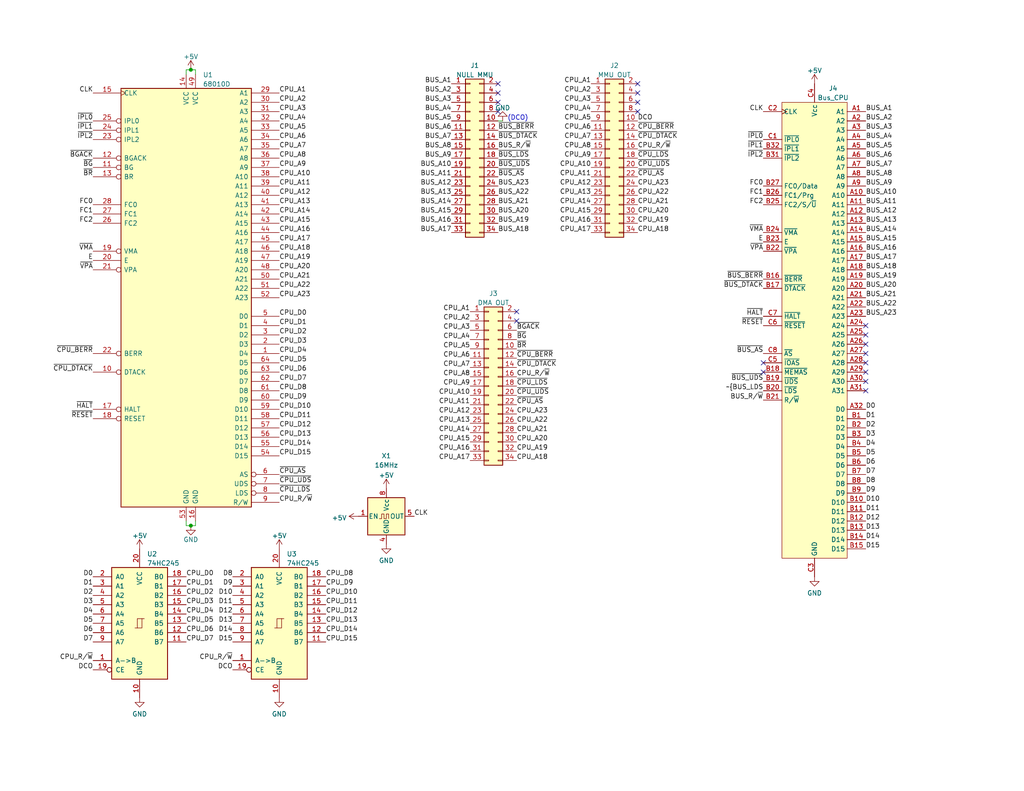
<source format=kicad_sch>
(kicad_sch (version 20211123) (generator eeschema)
  (paper "USLetter")
  (lib_symbols
    (symbol "74xx:74HC245" (pin_names (offset 1.016))
      (property "Reference" "U" (at -7.62 16.51 0))
      (property "Value" "74HC245" (at -7.62 -16.51 0))
      (symbol "74HC245_1_0"
        (polyline (pts (xy -0.635 -1.27) (xy -0.635 1.27) (xy 0.635 1.27)))
        (polyline (pts (xy -1.27 -1.27) (xy 0.635 -1.27) (xy 0.635 1.27) (xy 1.27 1.27)))
        (pin input line (at -12.7 -10.16 0) (length 5.08) (name "A->B") (number "1"))
        (pin power_in line (at 0 -20.32 90) (length 5.08) (name "GND") (number "10"))
        (pin tri_state line (at 12.7 -5.08 180) (length 5.08) (name "B7") (number "11"))
        (pin tri_state line (at 12.7 -2.54 180) (length 5.08) (name "B6") (number "12"))
        (pin tri_state line (at 12.7 0 180) (length 5.08) (name "B5") (number "13"))
        (pin tri_state line (at 12.7 2.54 180) (length 5.08) (name "B4") (number "14"))
        (pin tri_state line (at 12.7 5.08 180) (length 5.08) (name "B3") (number "15"))
        (pin tri_state line (at 12.7 7.62 180) (length 5.08) (name "B2") (number "16"))
        (pin tri_state line (at 12.7 10.16 180) (length 5.08) (name "B1") (number "17"))
        (pin tri_state line (at 12.7 12.7 180) (length 5.08) (name "B0") (number "18"))
        (pin input inverted (at -12.7 -12.7 0) (length 5.08) (name "CE") (number "19"))
        (pin tri_state line (at -12.7 12.7 0) (length 5.08) (name "A0") (number "2"))
        (pin power_in line (at 0 20.32 270) (length 5.08) (name "VCC") (number "20"))
        (pin tri_state line (at -12.7 10.16 0) (length 5.08) (name "A1") (number "3"))
        (pin tri_state line (at -12.7 7.62 0) (length 5.08) (name "A2") (number "4"))
        (pin tri_state line (at -12.7 5.08 0) (length 5.08) (name "A3") (number "5"))
        (pin tri_state line (at -12.7 2.54 0) (length 5.08) (name "A4") (number "6"))
        (pin tri_state line (at -12.7 0 0) (length 5.08) (name "A5") (number "7"))
        (pin tri_state line (at -12.7 -2.54 0) (length 5.08) (name "A6") (number "8"))
        (pin tri_state line (at -12.7 -5.08 0) (length 5.08) (name "A7") (number "9"))
      )
      (symbol "74HC245_1_1"
        (rectangle (start -7.62 15.24) (end 7.62 -15.24) (stroke (width 0.254)) (fill (type background)))
      )
    )
    (symbol "CPU_NXP_68000:68010D" (pin_names (offset 0.762))
      (property "Reference" "U" (at 0 2.54 0))
      (property "Value" "68010D" (at 0 -3.81 0))
      (symbol "68010D_0_1"
        (rectangle (start -17.78 57.15) (end 17.78 -57.15) (stroke (width 0.254)) (fill (type background)))
      )
      (symbol "68010D_1_1"
        (pin bidirectional line (at 25.4 -15.24 180) (length 7.62) (name "D4") (number "1"))
        (pin input inverted (at -25.4 -20.32 0) (length 7.62) (name "DTACK") (number "10"))
        (pin output inverted (at -25.4 35.56 0) (length 7.62) (name "BG") (number "11"))
        (pin input inverted (at -25.4 38.1 0) (length 7.62) (name "BGACK") (number "12"))
        (pin input inverted (at -25.4 33.02 0) (length 7.62) (name "BR") (number "13"))
        (pin power_in line (at 0 60.96 270) (length 3.81) (name "VCC") (number "14"))
        (pin input clock (at -25.4 55.88 0) (length 7.62) (name "CLK") (number "15"))
        (pin power_in line (at 2.54 -60.96 90) (length 3.81) (name "GND") (number "16"))
        (pin bidirectional inverted (at -25.4 -30.48 0) (length 7.62) (name "HALT") (number "17"))
        (pin bidirectional inverted (at -25.4 -33.02 0) (length 7.62) (name "RESET") (number "18"))
        (pin output inverted (at -25.4 12.7 0) (length 7.62) (name "VMA") (number "19"))
        (pin bidirectional line (at 25.4 -12.7 180) (length 7.62) (name "D3") (number "2"))
        (pin output line (at -25.4 10.16 0) (length 7.62) (name "E") (number "20"))
        (pin input inverted (at -25.4 7.62 0) (length 7.62) (name "VPA") (number "21"))
        (pin input inverted (at -25.4 -15.24 0) (length 7.62) (name "BERR") (number "22"))
        (pin input inverted (at -25.4 43.18 0) (length 7.62) (name "IPL2") (number "23"))
        (pin input inverted (at -25.4 45.72 0) (length 7.62) (name "IPL1") (number "24"))
        (pin input inverted (at -25.4 48.26 0) (length 7.62) (name "IPL0") (number "25"))
        (pin output line (at -25.4 20.32 0) (length 7.62) (name "FC2") (number "26"))
        (pin output line (at -25.4 22.86 0) (length 7.62) (name "FC1") (number "27"))
        (pin output line (at -25.4 25.4 0) (length 7.62) (name "FC0") (number "28"))
        (pin output line (at 25.4 55.88 180) (length 7.62) (name "A1") (number "29"))
        (pin bidirectional line (at 25.4 -10.16 180) (length 7.62) (name "D2") (number "3"))
        (pin output line (at 25.4 53.34 180) (length 7.62) (name "A2") (number "30"))
        (pin output line (at 25.4 50.8 180) (length 7.62) (name "A3") (number "31"))
        (pin output line (at 25.4 48.26 180) (length 7.62) (name "A4") (number "32"))
        (pin output line (at 25.4 45.72 180) (length 7.62) (name "A5") (number "33"))
        (pin output line (at 25.4 43.18 180) (length 7.62) (name "A6") (number "34"))
        (pin output line (at 25.4 40.64 180) (length 7.62) (name "A7") (number "35"))
        (pin output line (at 25.4 38.1 180) (length 7.62) (name "A8") (number "36"))
        (pin output line (at 25.4 35.56 180) (length 7.62) (name "A9") (number "37"))
        (pin output line (at 25.4 33.02 180) (length 7.62) (name "A10") (number "38"))
        (pin output line (at 25.4 30.48 180) (length 7.62) (name "A11") (number "39"))
        (pin bidirectional line (at 25.4 -7.62 180) (length 7.62) (name "D1") (number "4"))
        (pin output line (at 25.4 27.94 180) (length 7.62) (name "A12") (number "40"))
        (pin output line (at 25.4 25.4 180) (length 7.62) (name "A13") (number "41"))
        (pin output line (at 25.4 22.86 180) (length 7.62) (name "A14") (number "42"))
        (pin output line (at 25.4 20.32 180) (length 7.62) (name "A15") (number "43"))
        (pin output line (at 25.4 17.78 180) (length 7.62) (name "A16") (number "44"))
        (pin output line (at 25.4 15.24 180) (length 7.62) (name "A17") (number "45"))
        (pin output line (at 25.4 12.7 180) (length 7.62) (name "A18") (number "46"))
        (pin output line (at 25.4 10.16 180) (length 7.62) (name "A19") (number "47"))
        (pin output line (at 25.4 7.62 180) (length 7.62) (name "A20") (number "48"))
        (pin power_in line (at 2.54 60.96 270) (length 3.81) (name "VCC") (number "49"))
        (pin bidirectional line (at 25.4 -5.08 180) (length 7.62) (name "D0") (number "5"))
        (pin output line (at 25.4 5.08 180) (length 7.62) (name "A21") (number "50"))
        (pin output line (at 25.4 2.54 180) (length 7.62) (name "A22") (number "51"))
        (pin output line (at 25.4 0 180) (length 7.62) (name "A23") (number "52"))
        (pin power_in line (at 0 -60.96 90) (length 3.81) (name "GND") (number "53"))
        (pin bidirectional line (at 25.4 -43.18 180) (length 7.62) (name "D15") (number "54"))
        (pin bidirectional line (at 25.4 -40.64 180) (length 7.62) (name "D14") (number "55"))
        (pin bidirectional line (at 25.4 -38.1 180) (length 7.62) (name "D13") (number "56"))
        (pin bidirectional line (at 25.4 -35.56 180) (length 7.62) (name "D12") (number "57"))
        (pin bidirectional line (at 25.4 -33.02 180) (length 7.62) (name "D11") (number "58"))
        (pin bidirectional line (at 25.4 -30.48 180) (length 7.62) (name "D10") (number "59"))
        (pin output inverted (at 25.4 -48.26 180) (length 7.62) (name "AS") (number "6"))
        (pin bidirectional line (at 25.4 -27.94 180) (length 7.62) (name "D9") (number "60"))
        (pin bidirectional line (at 25.4 -25.4 180) (length 7.62) (name "D8") (number "61"))
        (pin bidirectional line (at 25.4 -22.86 180) (length 7.62) (name "D7") (number "62"))
        (pin bidirectional line (at 25.4 -20.32 180) (length 7.62) (name "D6") (number "63"))
        (pin bidirectional line (at 25.4 -17.78 180) (length 7.62) (name "D5") (number "64"))
        (pin output inverted (at 25.4 -50.8 180) (length 7.62) (name "UDS") (number "7"))
        (pin output inverted (at 25.4 -53.34 180) (length 7.62) (name "LDS") (number "8"))
        (pin output line (at 25.4 -55.88 180) (length 7.62) (name "R/W") (number "9"))
      )
    )
    (symbol "Connector_Generic:Conn_02x17_Odd_Even" (pin_names (offset 1.016) hide)
      (property "Reference" "J" (at 1.27 22.86 0))
      (property "Value" "Conn_02x17_Odd_Even" (at 1.27 -22.86 0))
      (symbol "Conn_02x17_Odd_Even_1_1"
        (rectangle (start -1.27 -20.193) (end 0 -20.447) (stroke (width 0.1524)))
        (rectangle (start -1.27 -17.653) (end 0 -17.907) (stroke (width 0.1524)))
        (rectangle (start -1.27 -15.113) (end 0 -15.367) (stroke (width 0.1524)))
        (rectangle (start -1.27 -12.573) (end 0 -12.827) (stroke (width 0.1524)))
        (rectangle (start -1.27 -10.033) (end 0 -10.287) (stroke (width 0.1524)))
        (rectangle (start -1.27 -7.493) (end 0 -7.747) (stroke (width 0.1524)))
        (rectangle (start -1.27 -4.953) (end 0 -5.207) (stroke (width 0.1524)))
        (rectangle (start -1.27 -2.413) (end 0 -2.667) (stroke (width 0.1524)))
        (rectangle (start -1.27 0.127) (end 0 -0.127) (stroke (width 0.1524)))
        (rectangle (start -1.27 2.667) (end 0 2.413) (stroke (width 0.1524)))
        (rectangle (start -1.27 5.207) (end 0 4.953) (stroke (width 0.1524)))
        (rectangle (start -1.27 7.747) (end 0 7.493) (stroke (width 0.1524)))
        (rectangle (start -1.27 10.287) (end 0 10.033) (stroke (width 0.1524)))
        (rectangle (start -1.27 12.827) (end 0 12.573) (stroke (width 0.1524)))
        (rectangle (start -1.27 15.367) (end 0 15.113) (stroke (width 0.1524)))
        (rectangle (start -1.27 17.907) (end 0 17.653) (stroke (width 0.1524)))
        (rectangle (start -1.27 20.447) (end 0 20.193) (stroke (width 0.1524)))
        (rectangle (start -1.27 21.59) (end 3.81 -21.59) (stroke (width 0.254)) (fill (type background)))
        (rectangle (start 3.81 -20.193) (end 2.54 -20.447) (stroke (width 0.1524)))
        (rectangle (start 3.81 -17.653) (end 2.54 -17.907) (stroke (width 0.1524)))
        (rectangle (start 3.81 -15.113) (end 2.54 -15.367) (stroke (width 0.1524)))
        (rectangle (start 3.81 -12.573) (end 2.54 -12.827) (stroke (width 0.1524)))
        (rectangle (start 3.81 -10.033) (end 2.54 -10.287) (stroke (width 0.1524)))
        (rectangle (start 3.81 -7.493) (end 2.54 -7.747) (stroke (width 0.1524)))
        (rectangle (start 3.81 -4.953) (end 2.54 -5.207) (stroke (width 0.1524)))
        (rectangle (start 3.81 -2.413) (end 2.54 -2.667) (stroke (width 0.1524)))
        (rectangle (start 3.81 0.127) (end 2.54 -0.127) (stroke (width 0.1524)))
        (rectangle (start 3.81 2.667) (end 2.54 2.413) (stroke (width 0.1524)))
        (rectangle (start 3.81 5.207) (end 2.54 4.953) (stroke (width 0.1524)))
        (rectangle (start 3.81 7.747) (end 2.54 7.493) (stroke (width 0.1524)))
        (rectangle (start 3.81 10.287) (end 2.54 10.033) (stroke (width 0.1524)))
        (rectangle (start 3.81 12.827) (end 2.54 12.573) (stroke (width 0.1524)))
        (rectangle (start 3.81 15.367) (end 2.54 15.113) (stroke (width 0.1524)))
        (rectangle (start 3.81 17.907) (end 2.54 17.653) (stroke (width 0.1524)))
        (rectangle (start 3.81 20.447) (end 2.54 20.193) (stroke (width 0.1524)))
        (pin passive line (at -5.08 20.32 0) (length 3.81) (name "Pin_1") (number "1"))
        (pin passive line (at 7.62 10.16 180) (length 3.81) (name "Pin_10") (number "10"))
        (pin passive line (at -5.08 7.62 0) (length 3.81) (name "Pin_11") (number "11"))
        (pin passive line (at 7.62 7.62 180) (length 3.81) (name "Pin_12") (number "12"))
        (pin passive line (at -5.08 5.08 0) (length 3.81) (name "Pin_13") (number "13"))
        (pin passive line (at 7.62 5.08 180) (length 3.81) (name "Pin_14") (number "14"))
        (pin passive line (at -5.08 2.54 0) (length 3.81) (name "Pin_15") (number "15"))
        (pin passive line (at 7.62 2.54 180) (length 3.81) (name "Pin_16") (number "16"))
        (pin passive line (at -5.08 0 0) (length 3.81) (name "Pin_17") (number "17"))
        (pin passive line (at 7.62 0 180) (length 3.81) (name "Pin_18") (number "18"))
        (pin passive line (at -5.08 -2.54 0) (length 3.81) (name "Pin_19") (number "19"))
        (pin passive line (at 7.62 20.32 180) (length 3.81) (name "Pin_2") (number "2"))
        (pin passive line (at 7.62 -2.54 180) (length 3.81) (name "Pin_20") (number "20"))
        (pin passive line (at -5.08 -5.08 0) (length 3.81) (name "Pin_21") (number "21"))
        (pin passive line (at 7.62 -5.08 180) (length 3.81) (name "Pin_22") (number "22"))
        (pin passive line (at -5.08 -7.62 0) (length 3.81) (name "Pin_23") (number "23"))
        (pin passive line (at 7.62 -7.62 180) (length 3.81) (name "Pin_24") (number "24"))
        (pin passive line (at -5.08 -10.16 0) (length 3.81) (name "Pin_25") (number "25"))
        (pin passive line (at 7.62 -10.16 180) (length 3.81) (name "Pin_26") (number "26"))
        (pin passive line (at -5.08 -12.7 0) (length 3.81) (name "Pin_27") (number "27"))
        (pin passive line (at 7.62 -12.7 180) (length 3.81) (name "Pin_28") (number "28"))
        (pin passive line (at -5.08 -15.24 0) (length 3.81) (name "Pin_29") (number "29"))
        (pin passive line (at -5.08 17.78 0) (length 3.81) (name "Pin_3") (number "3"))
        (pin passive line (at 7.62 -15.24 180) (length 3.81) (name "Pin_30") (number "30"))
        (pin passive line (at -5.08 -17.78 0) (length 3.81) (name "Pin_31") (number "31"))
        (pin passive line (at 7.62 -17.78 180) (length 3.81) (name "Pin_32") (number "32"))
        (pin passive line (at -5.08 -20.32 0) (length 3.81) (name "Pin_33") (number "33"))
        (pin passive line (at 7.62 -20.32 180) (length 3.81) (name "Pin_34") (number "34"))
        (pin passive line (at 7.62 17.78 180) (length 3.81) (name "Pin_4") (number "4"))
        (pin passive line (at -5.08 15.24 0) (length 3.81) (name "Pin_5") (number "5"))
        (pin passive line (at 7.62 15.24 180) (length 3.81) (name "Pin_6") (number "6"))
        (pin passive line (at -5.08 12.7 0) (length 3.81) (name "Pin_7") (number "7"))
        (pin passive line (at 7.62 12.7 180) (length 3.81) (name "Pin_8") (number "8"))
        (pin passive line (at -5.08 10.16 0) (length 3.81) (name "Pin_9") (number "9"))
      )
    )
    (symbol "Oscillator:CXO_DIP8" (pin_names (offset 0.254))
      (property "Reference" "X" (at -5.08 6.35 0))
      (property "Value" "CXO_DIP8" (at 1.27 -6.35 0))
      (symbol "CXO_DIP8_0_1"
        (rectangle (start -5.08 5.08) (end 5.08 -5.08) (stroke (width 0.254)) (fill (type background)))
        (polyline (pts (xy -1.905 -0.635) (xy -1.27 -0.635) (xy -1.27 0.635) (xy -0.635 0.635) (xy -0.635 -0.635) (xy 0 -0.635) (xy 0 0.635) (xy 0.635 0.635) (xy 0.635 -0.635)))
      )
      (symbol "CXO_DIP8_1_1"
        (pin input line (at -7.62 0 0) (length 2.54) (name "EN") (number "1"))
        (pin power_in line (at 0 -7.62 90) (length 2.54) (name "GND") (number "4"))
        (pin output line (at 7.62 0 180) (length 2.54) (name "OUT") (number "5"))
        (pin power_in line (at 0 7.62 270) (length 2.54) (name "Vcc") (number "8"))
      )
    )
    (symbol "parts:Bus_CPU"
      (property "Reference" "J4" (at 3.81 67.31 0))
      (property "Value" "Bus_CPU" (at 5.08 64.77 0))
      (symbol "Bus_CPU_0_1"
        (rectangle (start -8.89 63.5) (end 8.89 -60.96) (stroke (width 0.1524)) (fill (type background)))
      )
      (symbol "Bus_CPU_1_1"
        (pin tri_state line (at 13.97 60.96 180) (length 5.08) (name "A1") (number "A1"))
        (pin tri_state line (at 13.97 38.1 180) (length 5.08) (name "A10") (number "A10"))
        (pin tri_state line (at 13.97 35.56 180) (length 5.08) (name "A11") (number "A11"))
        (pin tri_state line (at 13.97 33.02 180) (length 5.08) (name "A12") (number "A12"))
        (pin tri_state line (at 13.97 30.48 180) (length 5.08) (name "A13") (number "A13"))
        (pin tri_state line (at 13.97 27.94 180) (length 5.08) (name "A14") (number "A14"))
        (pin tri_state line (at 13.97 25.4 180) (length 5.08) (name "A15") (number "A15"))
        (pin tri_state line (at 13.97 22.86 180) (length 5.08) (name "A16") (number "A16"))
        (pin tri_state line (at 13.97 20.32 180) (length 5.08) (name "A17") (number "A17"))
        (pin tri_state line (at 13.97 17.78 180) (length 5.08) (name "A18") (number "A18"))
        (pin tri_state line (at 13.97 15.24 180) (length 5.08) (name "A19") (number "A19"))
        (pin tri_state line (at 13.97 58.42 180) (length 5.08) (name "A2") (number "A2"))
        (pin tri_state line (at 13.97 12.7 180) (length 5.08) (name "A20") (number "A20"))
        (pin tri_state line (at 13.97 10.16 180) (length 5.08) (name "A21") (number "A21"))
        (pin tri_state line (at 13.97 7.62 180) (length 5.08) (name "A22") (number "A22"))
        (pin tri_state line (at 13.97 5.08 180) (length 5.08) (name "A23") (number "A23"))
        (pin tri_state line (at 13.97 2.54 180) (length 5.08) (name "A24") (number "A24"))
        (pin tri_state line (at 13.97 0 180) (length 5.08) (name "A25") (number "A25"))
        (pin tri_state line (at 13.97 -2.54 180) (length 5.08) (name "A26") (number "A26"))
        (pin tri_state line (at 13.97 -5.08 180) (length 5.08) (name "A27") (number "A27"))
        (pin tri_state line (at 13.97 -7.62 180) (length 5.08) (name "A28") (number "A28"))
        (pin tri_state line (at 13.97 -10.16 180) (length 5.08) (name "A29") (number "A29"))
        (pin tri_state line (at 13.97 55.88 180) (length 5.08) (name "A3") (number "A3"))
        (pin tri_state line (at 13.97 -12.7 180) (length 5.08) (name "A30") (number "A30"))
        (pin tri_state line (at 13.97 -15.24 180) (length 5.08) (name "A31") (number "A31"))
        (pin bidirectional line (at 13.97 -20.32 180) (length 5.08) (name "D0") (number "A32"))
        (pin tri_state line (at 13.97 53.34 180) (length 5.08) (name "A4") (number "A4"))
        (pin tri_state line (at 13.97 50.8 180) (length 5.08) (name "A5") (number "A5"))
        (pin tri_state line (at 13.97 48.26 180) (length 5.08) (name "A6") (number "A6"))
        (pin tri_state line (at 13.97 45.72 180) (length 5.08) (name "A7") (number "A7"))
        (pin tri_state line (at 13.97 43.18 180) (length 5.08) (name "A8") (number "A8"))
        (pin tri_state line (at 13.97 40.64 180) (length 5.08) (name "A9") (number "A9"))
        (pin bidirectional line (at 13.97 -22.86 180) (length 5.08) (name "D1") (number "B1"))
        (pin bidirectional line (at 13.97 -45.72 180) (length 5.08) (name "D10") (number "B10"))
        (pin bidirectional line (at 13.97 -48.26 180) (length 5.08) (name "D11") (number "B11"))
        (pin bidirectional line (at 13.97 -50.8 180) (length 5.08) (name "D12") (number "B12"))
        (pin bidirectional line (at 13.97 -53.34 180) (length 5.08) (name "D13") (number "B13"))
        (pin bidirectional line (at 13.97 -55.88 180) (length 5.08) (name "D14") (number "B14"))
        (pin bidirectional line (at 13.97 -58.42 180) (length 5.08) (name "D15") (number "B15"))
        (pin input line (at -13.97 15.24 0) (length 5.08) (name "~{BERR}") (number "B16"))
        (pin input line (at -13.97 12.7 0) (length 5.08) (name "~{DTACK}") (number "B17"))
        (pin output line (at -13.97 -10.16 0) (length 5.08) (name "~{MEMAS}") (number "B18"))
        (pin tri_state line (at -13.97 -12.7 0) (length 5.08) (name "~{UDS}") (number "B19"))
        (pin bidirectional line (at 13.97 -25.4 180) (length 5.08) (name "D2") (number "B2"))
        (pin tri_state line (at -13.97 -15.24 0) (length 5.08) (name "~{LDS}") (number "B20"))
        (pin tri_state line (at -13.97 -17.78 0) (length 5.08) (name "R/~{W}") (number "B21"))
        (pin output line (at -13.97 22.86 0) (length 5.08) (name "~{VPA}") (number "B22"))
        (pin input line (at -13.97 25.4 0) (length 5.08) (name "E") (number "B23"))
        (pin input line (at -13.97 27.94 0) (length 5.08) (name "~{VMA}") (number "B24"))
        (pin input line (at -13.97 35.56 0) (length 5.08) (name "FC2/S/~{U}") (number "B25"))
        (pin input line (at -13.97 38.1 0) (length 5.08) (name "FC1/Prg") (number "B26"))
        (pin input line (at -13.97 40.64 0) (length 5.08) (name "FC0/Data") (number "B27"))
        (pin bidirectional line (at 13.97 -27.94 180) (length 5.08) (name "D3") (number "B3"))
        (pin output line (at -13.97 48.26 0) (length 5.08) (name "~{IPL2}") (number "B31"))
        (pin output line (at -13.97 50.8 0) (length 5.08) (name "~{IPL1}") (number "B32"))
        (pin bidirectional line (at 13.97 -30.48 180) (length 5.08) (name "D4") (number "B4"))
        (pin bidirectional line (at 13.97 -33.02 180) (length 5.08) (name "D5") (number "B5"))
        (pin bidirectional line (at 13.97 -35.56 180) (length 5.08) (name "D6") (number "B6"))
        (pin bidirectional line (at 13.97 -38.1 180) (length 5.08) (name "D7") (number "B7"))
        (pin bidirectional line (at 13.97 -40.64 180) (length 5.08) (name "D8") (number "B8"))
        (pin bidirectional line (at 13.97 -43.18 180) (length 5.08) (name "D9") (number "B9"))
        (pin output line (at -13.97 53.34 0) (length 5.08) (name "~{IPL0}") (number "C1"))
        (pin input clock (at -13.97 60.96 0) (length 5.08) (name "CLK") (number "C2"))
        (pin power_out line (at 0 -66.04 90) (length 5.08) (name "GND") (number "C3"))
        (pin power_out line (at 0 68.58 270) (length 5.08) (name "Vcc") (number "C4"))
        (pin output line (at -13.97 -7.62 0) (length 5.08) (name "~{IOAS}") (number "C5"))
        (pin open_collector line (at -13.97 2.54 0) (length 5.08) (name "~{RESET}") (number "C6"))
        (pin open_collector line (at -13.97 5.08 0) (length 5.08) (name "~{HALT}") (number "C7"))
        (pin input line (at -13.97 -5.08 0) (length 5.08) (name "~{AS}") (number "C8"))
      )
    )
    (symbol "power:+5V" (power) (pin_names (offset 0))
      (property "Value" "+5V" (at 0 3.556 0))
      (symbol "+5V_0_1"
        (polyline (pts (xy -0.762 1.27) (xy 0 2.54)))
        (polyline (pts (xy 0 0) (xy 0 2.54)))
        (polyline (pts (xy 0 2.54) (xy 0.762 1.27)))
      )
      (symbol "+5V_1_1"
        (pin power_in line (at 0 0 90) (length 0) hide (name "+5V") (number "1"))
      )
    )
    (symbol "power:GND" (power) (pin_names (offset 0))
      (property "Value" "GND" (at 0 -3.81 0))
      (symbol "GND_0_1"
        (polyline (pts (xy 0 0) (xy 0 -1.27) (xy 1.27 -1.27) (xy 0 -2.54) (xy -1.27 -1.27) (xy 0 -1.27)))
      )
      (symbol "GND_1_1"
        (pin power_in line (at 0 0 270) (length 0) hide (name "GND") (number "1"))
      )
    )
  )
  (junction (at 52.07 143.51))
  (junction (at 52.07 19.05))
  (no_connect (at 236.22 101.6))
  (no_connect (at 236.22 91.44))
  (no_connect (at 140.97 87.63))
  (no_connect (at 236.22 96.52))
  (no_connect (at 236.22 93.98))
  (no_connect (at 135.89 22.86))
  (no_connect (at 236.22 104.14))
  (no_connect (at 173.99 25.4))
  (no_connect (at 173.99 22.86))
  (no_connect (at 236.22 99.06))
  (no_connect (at 236.22 88.9))
  (no_connect (at 208.28 101.6))
  (no_connect (at 208.28 99.06))
  (no_connect (at 236.22 106.68))
  (no_connect (at 173.99 27.94))
  (no_connect (at 135.89 30.48))
  (no_connect (at 140.97 85.09))
  (no_connect (at 135.89 25.4))
  (no_connect (at 135.89 27.94))
  (no_connect (at 173.99 30.48))
  (wire (pts (xy 53.34 142.24) (xy 53.34 143.51)))
  (wire (pts (xy 50.8 142.24) (xy 50.8 143.51)))
  (wire (pts (xy 53.34 19.05) (xy 53.34 20.32)))
  (wire (pts (xy 50.8 19.05) (xy 50.8 20.32)))
  (wire (pts (xy 50.8 143.51) (xy 52.07 143.51)))
  (wire (pts (xy 52.07 19.05) (xy 50.8 19.05)))
  (wire (pts (xy 53.34 143.51) (xy 52.07 143.51)))
  (wire (pts (xy 52.07 19.05) (xy 53.34 19.05)))
  (wire (pts (xy 137.16 33.02) (xy 135.89 33.02)))
  (text "(DCO)" (at 138.43 33.02 0) (effects (font (size 1.27 1.27)) (justify left bottom)))
  (label "BUS_A23" (at 135.89 50.8 0))
  (label "CPU_A17" (at 128.27 125.73 180))
  (label "D6" (at 25.4 172.72 180))
  (label "CPU_R{slash}~{W}" (at 63.5 180.34 180))
  (label "CPU_A23" (at 76.2 81.28 0))
  (label "BUS_A2" (at 236.22 33.02 0))
  (label "BUS_A15" (at 123.19 58.42 180))
  (label "CPU_A21" (at 173.99 55.88 0))
  (label "DCO" (at 63.5 182.88 180))
  (label "D11" (at 63.5 165.1 180))
  (label "CPU_A10" (at 161.29 45.72 180))
  (label "CPU_A6" (at 76.2 38.1 0))
  (label "CPU_A11" (at 161.29 48.26 180))
  (label "CPU_A21" (at 140.97 118.11 0))
  (label "E" (at 25.4 71.12 180))
  (label "CPU_A7" (at 161.29 38.1 180))
  (label "BUS_A3" (at 236.22 35.56 0))
  (label "BUS_A5" (at 236.22 40.64 0))
  (label "BUS_A20" (at 236.22 78.74 0))
  (label "CPU_A20" (at 76.2 73.66 0))
  (label "~{BR}" (at 25.4 48.26 180))
  (label "~{IPL1}" (at 208.28 40.64 180))
  (label "CPU_D15" (at 88.9 175.26 0))
  (label "D5" (at 25.4 170.18 180))
  (label "CPU_A22" (at 173.99 53.34 0))
  (label "CPU_D14" (at 76.2 121.92 0))
  (label "BUS_A22" (at 236.22 83.82 0))
  (label "BUS_A2" (at 123.19 25.4 180))
  (label "~{BGACK}" (at 25.4 43.18 180))
  (label "D1" (at 25.4 160.02 180))
  (label "CPU_A19" (at 173.99 60.96 0))
  (label "CPU_D10" (at 76.2 111.76 0))
  (label "CPU_R{slash}~{W}" (at 173.99 40.64 0))
  (label "CPU_A12" (at 161.29 50.8 180))
  (label "CPU_D9" (at 76.2 109.22 0))
  (label "CPU_D11" (at 88.9 165.1 0))
  (label "D14" (at 236.22 147.32 0))
  (label "BUS_A11" (at 236.22 55.88 0))
  (label "CPU_D4" (at 76.2 96.52 0))
  (label "~{RESET}" (at 208.28 88.9 180))
  (label "CPU_D14" (at 88.9 172.72 0))
  (label "CPU_D0" (at 76.2 86.36 0))
  (label "CPU_D15" (at 76.2 124.46 0))
  (label "D15" (at 236.22 149.86 0))
  (label "CPU_A22" (at 140.97 115.57 0))
  (label "BUS_A3" (at 123.19 27.94 180))
  (label "~{BUS_DTACK}" (at 135.89 38.1 0))
  (label "BUS_A13" (at 123.19 53.34 180))
  (label "CPU_D1" (at 50.8 160.02 0))
  (label "~{CPU_AS}" (at 173.99 48.26 0))
  (label "CPU_A22" (at 76.2 78.74 0))
  (label "D9" (at 63.5 160.02 180))
  (label "CPU_A17" (at 161.29 63.5 180))
  (label "~{BGACK}" (at 140.97 90.17 0))
  (label "~{CPU_LDS}" (at 173.99 43.18 0))
  (label "BUS_A15" (at 236.22 66.04 0))
  (label "D15" (at 63.5 175.26 180))
  (label "BUS_R{slash}~{W}" (at 208.28 109.22 180))
  (label "~{CPU_LDS}" (at 76.2 134.62 0))
  (label "CLK" (at 208.28 30.48 180))
  (label "FC2" (at 25.4 60.96 180))
  (label "D4" (at 236.22 121.92 0))
  (label "~{HALT}" (at 208.28 86.36 180))
  (label "CPU_A14" (at 161.29 55.88 180))
  (label "D9" (at 236.22 134.62 0))
  (label "BUS_A22" (at 135.89 53.34 0))
  (label "~{BUS_BERR}" (at 208.28 76.2 180))
  (label "FC1" (at 25.4 58.42 180))
  (label "BUS_A1" (at 236.22 30.48 0))
  (label "CPU_D3" (at 76.2 93.98 0))
  (label "CPU_A5" (at 128.27 95.25 180))
  (label "D5" (at 236.22 124.46 0))
  (label "D11" (at 236.22 139.7 0))
  (label "D4" (at 25.4 167.64 180))
  (label "CPU_A14" (at 76.2 58.42 0))
  (label "~{BG}" (at 140.97 92.71 0))
  (label "CPU_A15" (at 161.29 58.42 180))
  (label "CPU_A5" (at 161.29 33.02 180))
  (label "E" (at 208.28 66.04 180))
  (label "CPU_A9" (at 128.27 105.41 180))
  (label "~{CPU_AS}" (at 140.97 110.49 0))
  (label "BUS_A23" (at 236.22 86.36 0))
  (label "CPU_A17" (at 76.2 66.04 0))
  (label "~{HALT}" (at 25.4 111.76 180))
  (label "CLK" (at 25.4 25.4 180))
  (label "BUS_A18" (at 236.22 73.66 0))
  (label "CPU_A20" (at 140.97 120.65 0))
  (label "D3" (at 236.22 119.38 0))
  (label "BUS_A8" (at 123.19 40.64 180))
  (label "CPU_A7" (at 76.2 40.64 0))
  (label "CPU_A23" (at 140.97 113.03 0))
  (label "~{CPU_UDS}" (at 140.97 107.95 0))
  (label "CPU_D5" (at 50.8 170.18 0))
  (label "~{IPL1}" (at 25.4 35.56 180))
  (label "CPU_A12" (at 76.2 53.34 0))
  (label "D2" (at 25.4 162.56 180))
  (label "CPU_A1" (at 128.27 85.09 180))
  (label "BUS_A9" (at 236.22 50.8 0))
  (label "CPU_D13" (at 88.9 170.18 0))
  (label "BUS_A6" (at 236.22 43.18 0))
  (label "~{IPL2}" (at 25.4 38.1 180))
  (label "CPU_A3" (at 128.27 90.17 180))
  (label "~{RESET}" (at 25.4 114.3 180))
  (label "CPU_D12" (at 76.2 116.84 0))
  (label "CPU_A5" (at 76.2 35.56 0))
  (label "BUS_A21" (at 236.22 81.28 0))
  (label "~{BUS_LDS" (at 208.28 106.68 180))
  (label "~{VMA}" (at 208.28 63.5 180))
  (label "BUS_A13" (at 236.22 60.96 0))
  (label "CPU_D1" (at 76.2 88.9 0))
  (label "D0" (at 25.4 157.48 180))
  (label "BUS_A16" (at 123.19 60.96 180))
  (label "~{BUS_UDS}" (at 135.89 45.72 0))
  (label "~{CPU_BERR}" (at 173.99 35.56 0))
  (label "BUS_A11" (at 123.19 48.26 180))
  (label "~{BR}" (at 140.97 95.25 0))
  (label "CPU_A10" (at 76.2 48.26 0))
  (label "CPU_D13" (at 76.2 119.38 0))
  (label "CPU_A21" (at 76.2 76.2 0))
  (label "BUS_A9" (at 123.19 43.18 180))
  (label "D13" (at 63.5 170.18 180))
  (label "~{CPU_DTACK}" (at 25.4 101.6 180))
  (label "CPU_A3" (at 76.2 30.48 0))
  (label "D8" (at 63.5 157.48 180))
  (label "CPU_A19" (at 140.97 123.19 0))
  (label "CPU_A2" (at 128.27 87.63 180))
  (label "D3" (at 25.4 165.1 180))
  (label "CPU_A13" (at 161.29 53.34 180))
  (label "CPU_A13" (at 128.27 115.57 180))
  (label "D12" (at 236.22 142.24 0))
  (label "~{CPU_LDS}" (at 140.97 105.41 0))
  (label "~{CPU_AS}" (at 76.2 129.54 0))
  (label "CPU_A7" (at 128.27 100.33 180))
  (label "CPU_A9" (at 76.2 45.72 0))
  (label "~{BUS_UDS}" (at 208.28 104.14 180))
  (label "CPU_R{slash}~{W}" (at 140.97 102.87 0))
  (label "CPU_R{slash}~{W}" (at 25.4 180.34 180))
  (label "CPU_A11" (at 128.27 110.49 180))
  (label "CPU_D5" (at 76.2 99.06 0))
  (label "CPU_A4" (at 76.2 33.02 0))
  (label "BUS_A5" (at 123.19 33.02 180))
  (label "CPU_A6" (at 128.27 97.79 180))
  (label "CPU_R{slash}~{W}" (at 76.2 137.16 0))
  (label "D8" (at 236.22 132.08 0))
  (label "BUS_A19" (at 135.89 60.96 0))
  (label "CPU_A8" (at 161.29 40.64 180))
  (label "CPU_A2" (at 161.29 25.4 180))
  (label "~{CPU_UDS}" (at 173.99 45.72 0))
  (label "CPU_D6" (at 50.8 172.72 0))
  (label "CPU_D8" (at 88.9 157.48 0))
  (label "CPU_D11" (at 76.2 114.3 0))
  (label "CPU_D4" (at 50.8 167.64 0))
  (label "~{BUS_AS}" (at 208.28 96.52 180))
  (label "~{IPL0}" (at 208.28 38.1 180))
  (label "D2" (at 236.22 116.84 0))
  (label "D6" (at 236.22 127 0))
  (label "~{IPL2}" (at 208.28 43.18 180))
  (label "~{VPA}" (at 208.28 68.58 180))
  (label "D14" (at 63.5 172.72 180))
  (label "FC1" (at 208.28 53.34 180))
  (label "~{CPU_BERR}" (at 140.97 97.79 0))
  (label "CPU_A9" (at 161.29 43.18 180))
  (label "BUS_A14" (at 123.19 55.88 180))
  (label "BUS_A17" (at 123.19 63.5 180))
  (label "CPU_A1" (at 161.29 22.86 180))
  (label "CPU_D2" (at 50.8 162.56 0))
  (label "~{BUS_LDS}" (at 135.89 43.18 0))
  (label "CPU_A14" (at 128.27 118.11 180))
  (label "CPU_A16" (at 161.29 60.96 180))
  (label "BUS_A6" (at 123.19 35.56 180))
  (label "~{BUS_AS}" (at 135.89 48.26 0))
  (label "CPU_A15" (at 76.2 60.96 0))
  (label "CLK" (at 113.03 140.97 0))
  (label "~{BG}" (at 25.4 45.72 180))
  (label "~{VMA}" (at 25.4 68.58 180))
  (label "CPU_A4" (at 128.27 92.71 180))
  (label "CPU_D6" (at 76.2 101.6 0))
  (label "D7" (at 236.22 129.54 0))
  (label "BUS_A20" (at 135.89 58.42 0))
  (label "~{BUS_BERR}" (at 135.89 35.56 0))
  (label "BUS_A10" (at 236.22 53.34 0))
  (label "~{VPA}" (at 25.4 73.66 180))
  (label "FC0" (at 208.28 50.8 180))
  (label "CPU_A3" (at 161.29 27.94 180))
  (label "~{IPL0}" (at 25.4 33.02 180))
  (label "D12" (at 63.5 167.64 180))
  (label "CPU_D8" (at 76.2 106.68 0))
  (label "BUS_A21" (at 135.89 55.88 0))
  (label "BUS_A12" (at 123.19 50.8 180))
  (label "BUS_A4" (at 236.22 38.1 0))
  (label "CPU_A18" (at 140.97 125.73 0))
  (label "BUS_A12" (at 236.22 58.42 0))
  (label "BUS_A1" (at 123.19 22.86 180))
  (label "CPU_A18" (at 76.2 68.58 0))
  (label "CPU_D3" (at 50.8 165.1 0))
  (label "BUS_A14" (at 236.22 63.5 0))
  (label "D7" (at 25.4 175.26 180))
  (label "~{BUS_DTACK}" (at 208.28 78.74 180))
  (label "CPU_D9" (at 88.9 160.02 0))
  (label "BUS_A17" (at 236.22 71.12 0))
  (label "CPU_A8" (at 76.2 43.18 0))
  (label "DCO" (at 173.99 33.02 0))
  (label "D13" (at 236.22 144.78 0))
  (label "D10" (at 236.22 137.16 0))
  (label "CPU_A10" (at 128.27 107.95 180))
  (label "CPU_A16" (at 76.2 63.5 0))
  (label "CPU_D2" (at 76.2 91.44 0))
  (label "CPU_A13" (at 76.2 55.88 0))
  (label "~{CPU_UDS}" (at 76.2 132.08 0))
  (label "CPU_A23" (at 173.99 50.8 0))
  (label "BUS_A8" (at 236.22 48.26 0))
  (label "CPU_D12" (at 88.9 167.64 0))
  (label "D0" (at 236.22 111.76 0))
  (label "~{CPU_BERR}" (at 25.4 96.52 180))
  (label "CPU_A6" (at 161.29 35.56 180))
  (label "CPU_D7" (at 76.2 104.14 0))
  (label "CPU_A19" (at 76.2 71.12 0))
  (label "CPU_A11" (at 76.2 50.8 0))
  (label "CPU_A1" (at 76.2 25.4 0))
  (label "BUS_A4" (at 123.19 30.48 180))
  (label "CPU_D0" (at 50.8 157.48 0))
  (label "BUS_A7" (at 236.22 45.72 0))
  (label "BUS_A18" (at 135.89 63.5 0))
  (label "D10" (at 63.5 162.56 180))
  (label "BUS_A19" (at 236.22 76.2 0))
  (label "D1" (at 236.22 114.3 0))
  (label "CPU_A8" (at 128.27 102.87 180))
  (label "CPU_A2" (at 76.2 27.94 0))
  (label "BUS_A16" (at 236.22 68.58 0))
  (label "BUS_A10" (at 123.19 45.72 180))
  (label "CPU_A12" (at 128.27 113.03 180))
  (label "CPU_A16" (at 128.27 123.19 180))
  (label "FC0" (at 25.4 55.88 180))
  (label "CPU_D7" (at 50.8 175.26 0))
  (label "CPU_A20" (at 173.99 58.42 0))
  (label "DCO" (at 25.4 182.88 180))
  (label "CPU_D10" (at 88.9 162.56 0))
  (label "~{CPU_DTACK}" (at 140.97 100.33 0))
  (label "CPU_A18" (at 173.99 63.5 0))
  (label "BUS_R{slash}~{W}" (at 135.89 40.64 0))
  (label "FC2" (at 208.28 55.88 180))
  (label "CPU_A4" (at 161.29 30.48 180))
  (label "CPU_A15" (at 128.27 120.65 180))
  (label "~{CPU_DTACK}" (at 173.99 38.1 0))
  (label "BUS_A7" (at 123.19 38.1 180))
  (symbol (lib_id "power:+5V") (at 105.41 133.35 0) (unit 1)
    (property "Reference" "#PWR0103" (effects hide))
    (property "Value" "+5V" (at 105.41 129.7742 0))
  )
  (symbol (lib_id "74xx:74HC245") (at 38.1 170.18 0) (unit 1)
    (property "Reference" "U2" (at 40.1194 151.2402 0) (effects (justify left)))
    (property "Value" "74HC245" (at 40.1194 153.7771 0) (effects (justify left)))
    (property "Footprint" "Package_SO:TSSOP-20_4.4x6.5mm_P0.65mm" (effects hide))
    (property "Datasheet" "http://www.ti.com/lit/gpn/sn74HC245" (effects hide))
  )
  (symbol (lib_id "Connector_Generic:Conn_02x17_Odd_Even") (at 166.37 43.18 0) (unit 1)
    (property "Reference" "J2" (at 167.64 17.8902 0))
    (property "Value" "MMU OUT" (at 167.64 20.4271 0))
    (property "Footprint" "Connector_IDC:IDC-Header_2x17_P2.54mm_Vertical" (effects hide))
  )
  (symbol (lib_id "Oscillator:CXO_DIP8") (at 105.41 140.97 0) (unit 1)
    (property "Reference" "X1" (at 105.41 124.46 0))
    (property "Value" "16MHz" (at 105.41 127 0))
    (property "Footprint" "Oscillator:Oscillator_DIP-8" (effects hide))
    (property "Datasheet" "http://cdn-reichelt.de/documents/datenblatt/B400/OSZI.pdf" (effects hide))
  )
  (symbol (lib_id "power:+5V") (at 76.2 149.86 0) (unit 1)
    (property "Reference" "#PWR0102" (effects hide))
    (property "Value" "+5V" (at 76.2 146.2842 0))
  )
  (symbol (lib_id "parts:Bus_CPU") (at 222.25 91.44 0) (unit 1)
    (property "Reference" "J4" (at 227.33 24.13 0))
    (property "Value" "Bus_CPU" (at 227.33 26.67 0))
    (property "Footprint" "536366-6:TE_536366-6" (effects hide))
  )
  (symbol (lib_id "Connector_Generic:Conn_02x17_Odd_Even") (at 128.27 43.18 0) (unit 1)
    (property "Reference" "J1" (at 129.54 17.8902 0))
    (property "Value" "NULL MMU" (at 129.54 20.4271 0))
    (property "Footprint" "Connector_IDC:IDC-Header_2x17_P2.54mm_Vertical" (effects hide))
  )
  (symbol (lib_id "power:GND") (at 105.41 148.59 0) (unit 1)
    (property "Reference" "#PWR0104" (effects hide))
    (property "Value" "GND" (at 105.41 153.0334 0))
  )
  (symbol (lib_id "power:GND") (at 137.16 33.02 180) (unit 1)
    (property "Reference" "#PWR0110" (effects hide))
    (property "Value" "GND" (at 137.16 29.4442 0))
  )
  (symbol (lib_id "power:+5V") (at 52.07 19.05 0) (unit 1)
    (property "Reference" "#PWR01" (effects hide))
    (property "Value" "+5V" (at 52.07 15.4742 0))
  )
  (symbol (lib_id "power:+5V") (at 38.1 149.86 0) (unit 1)
    (property "Reference" "#PWR0107" (effects hide))
    (property "Value" "+5V" (at 38.1 146.2842 0))
  )
  (symbol (lib_id "power:GND") (at 38.1 190.5 0) (unit 1)
    (property "Reference" "#PWR0106" (effects hide))
    (property "Value" "GND" (at 38.1 194.9434 0))
  )
  (symbol (lib_id "power:+5V") (at 97.79 140.97 90) (unit 1)
    (property "Reference" "#PWR0105" (effects hide))
    (property "Value" "+5V" (at 94.6151 141.4038 90) (effects (justify left)))
  )
  (symbol (lib_id "Connector_Generic:Conn_02x17_Odd_Even") (at 133.35 105.41 0) (unit 1)
    (property "Reference" "J3" (at 134.62 80.1202 0))
    (property "Value" "DMA OUT" (at 134.62 82.6571 0))
    (property "Footprint" "Connector_IDC:IDC-Header_2x17_P2.54mm_Vertical" (effects hide))
  )
  (symbol (lib_id "power:GND") (at 222.25 157.48 0) (unit 1)
    (property "Reference" "#PWR0108" (effects hide))
    (property "Value" "GND" (at 222.25 161.9234 0))
  )
  (symbol (lib_id "74xx:74HC245") (at 76.2 170.18 0) (unit 1)
    (property "Reference" "U3" (at 78.2194 151.2402 0) (effects (justify left)))
    (property "Value" "74HC245" (at 78.2194 153.7771 0) (effects (justify left)))
    (property "Footprint" "Package_SO:TSSOP-20_4.4x6.5mm_P0.65mm" (effects hide))
    (property "Datasheet" "http://www.ti.com/lit/gpn/sn74HC245" (effects hide))
  )
  (symbol (lib_id "power:+5V") (at 222.25 22.86 0) (unit 1)
    (property "Reference" "#PWR0109" (effects hide))
    (property "Value" "+5V" (at 222.25 19.2842 0))
  )
  (symbol (lib_id "power:GND") (at 76.2 190.5 0) (unit 1)
    (property "Reference" "#PWR0101" (effects hide))
    (property "Value" "GND" (at 76.2 194.9434 0))
  )
  (symbol (lib_id "CPU_NXP_68000:68010D") (at 50.8 81.28 0) (unit 1)
    (property "Reference" "U1" (at 55.3594 20.4302 0) (effects (justify left)))
    (property "Value" "68010D" (at 55.3594 22.9671 0) (effects (justify left)))
    (property "Footprint" "Package_DIP:DIP-64_W25.4mm_Socket" (effects hide))
    (property "Datasheet" "https://www.nxp.com/docs/en/reference-manual/MC68000UM.pdf" (effects hide))
  )
  (symbol (lib_id "power:GND") (at 52.07 143.51 0) (unit 1)
    (property "Reference" "#PWR03" (effects hide))
    (property "Value" "GND" (at 52.07 147.32 0))
  )
)
</source>
